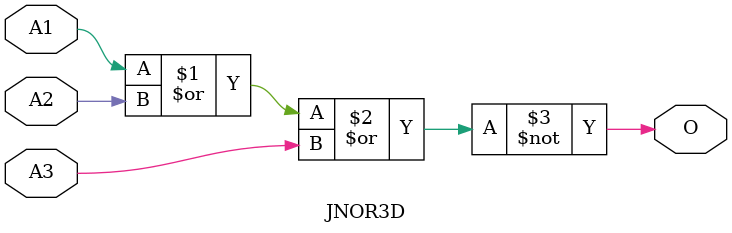
<source format=v>
module JNOR3D(A1, A2, A3, O);
input   A1;
input   A2;
input   A3;
output  O;
nor g0(O, A1, A2, A3);
endmodule
</source>
